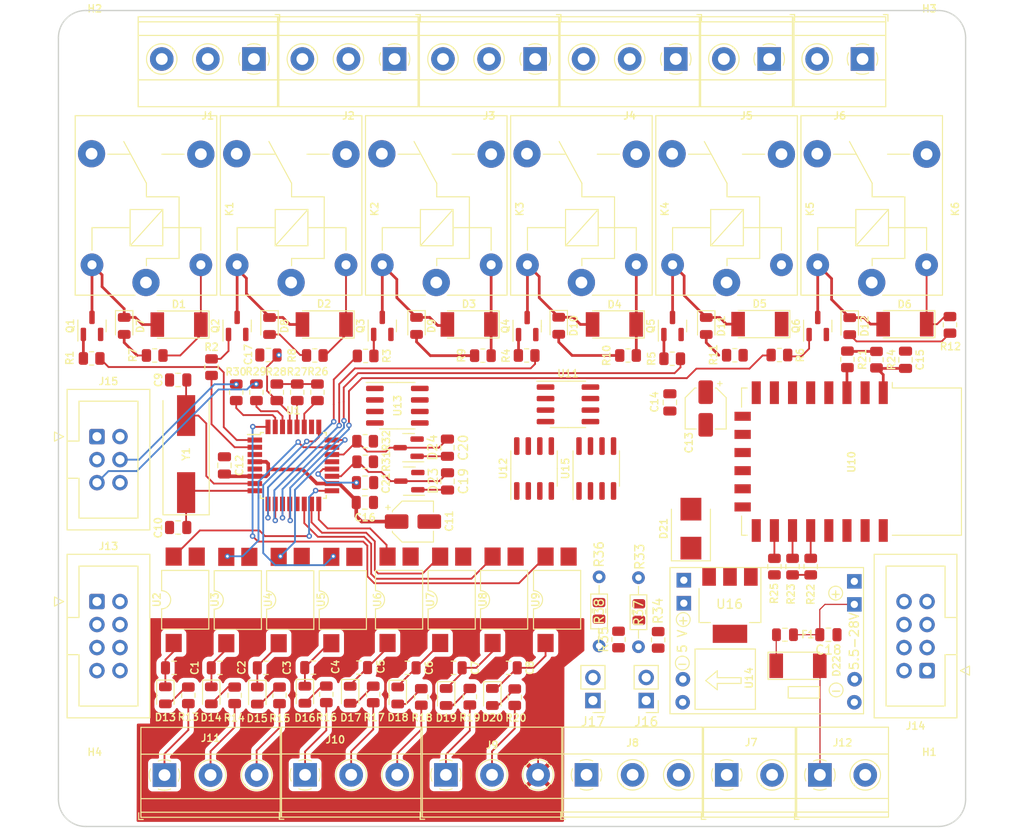
<source format=kicad_pcb>
(kicad_pcb (version 20211014) (generator pcbnew)
  (layers (0 "F.Cu" signal) (31 "B.Cu" signal) (34 "B.Paste" user) (35 "F.Paste" user) (36 "B.SilkS" user "B.Silkscreen") (37 "F.SilkS" user "F.Silkscreen") (38 "B.Mask" user) (39 "F.Mask" user) (44 "Edge.Cuts" user))
  (net 0 "")
  (net 35 "Net-(D1-Pad1)")
  (net 36 "Net-(D1-Pad2)")
  (net 37 "Net-(D2-Pad1)")
  (net 38 "Net-(D2-Pad2)")
  (net 39 "Net-(D3-Pad1)")
  (net 40 "Net-(D3-Pad2)")
  (net 41 "Net-(D4-Pad1)")
  (net 42 "Net-(D10-Pad1)")
  (net 43 "Net-(D5-Pad1)")
  (net 44 "Net-(D11-Pad1)")
  (net 45 "Net-(D12-Pad1)")
  (net 46 "Net-(Q1-Pad1)")
  (net 47 "GND")
  (net 48 "Net-(Q2-Pad1)")
  (net 49 "Net-(Q3-Pad1)")
  (net 50 "Net-(Q4-Pad1)")
  (net 51 "Net-(Q5-Pad1)")
  (net 52 "Net-(Q6-Pad1)")
  (net 53 "Net-(D6-Pad1)")
  (net 54 "Net-(D7-Pad2)")
  (net 55 "Net-(D8-Pad2)")
  (net 56 "Net-(D9-Pad2)")
  (net 57 "Net-(D10-Pad2)")
  (net 58 "Net-(D11-Pad2)")
  (net 59 "Net-(D12-Pad2)")
  (net 63 "Net-(D22-Pad1)")
  (net 74 "+3V3")
  (net 75 "RXE")
  (net 76 "TXE")
  (net 77 "ERST")
  (net 78 "EN")
  (net 85 "GNDA")
  (net 86 "Net-(C18-Pad2)")
  (net 87 "Net-(D22-Pad2)")
  (net 88 "Net-(J11-Pad3)")
  (net 89 "Net-(J9-Pad1)")
  (net 90 "Net-(J10-Pad1)")
  (net 91 "Net-(J10-Pad2)")
  (net 92 "Net-(J10-Pad3)")
  (net 93 "Net-(J9-Pad2)")
  (net 94 "Net-(C1-Pad2)")
  (net 95 "Net-(C2-Pad2)")
  (net 96 "Net-(C3-Pad2)")
  (net 97 "Net-(J15-Pad4)")
  (net 98 "Net-(C4-Pad2)")
  (net 99 "Net-(J15-Pad5)")
  (net 100 "Net-(C5-Pad2)")
  (net 101 "ED0")
  (net 102 "Net-(C6-Pad2)")
  (net 103 "ED5")
  (net 104 "Net-(C7-Pad2)")
  (net 105 "ED6")
  (net 106 "Net-(C8-Pad2)")
  (net 107 "Net-(D13-Pad2)")
  (net 108 "Net-(D14-Pad2)")
  (net 109 "Net-(D15-Pad2)")
  (net 110 "Net-(D16-Pad2)")
  (net 111 "Net-(D17-Pad2)")
  (net 112 "Net-(D18-Pad2)")
  (net 113 "Net-(D19-Pad2)")
  (net 114 "Net-(D20-Pad2)")
  (net 115 "ED7")
  (net 116 "ED8")
  (net 117 "ED4")
  (net 118 "ED3")
  (net 119 "ED1")
  (net 120 "ED2")
  (net 162 "X1")
  (net 163 "X2")
  (net 164 "D3")
  (net 165 "D4")
  (net 166 "D5")
  (net 167 "D6")
  (net 168 "D7")
  (net 169 "D8")
  (net 170 "D9")
  (net 171 "D10")
  (net 172 "D11")
  (net 173 "D12")
  (net 174 "D13")
  (net 175 "A6")
  (net 176 "A7")
  (net 177 "A0")
  (net 178 "A1")
  (net 179 "A2")
  (net 180 "A3")
  (net 181 "A4")
  (net 182 "A5")
  (net 183 "RST")
  (net 184 "D0")
  (net 185 "D1")
  (net 186 "D2")
  (net 187 "Net-(J11-Pad1)")
  (net 190 "+5V")
  (net 191 "Net-(J11-Pad2)")
  (net 194 "Net-(J16-Pad2)")
  (net 195 "Net-(J17-Pad2)")
  (net 198 "Net-(J17-Pad1)")
  (net 199 "Net-(J16-Pad1)")
  (net 200 "Net-(U14-Pad4)_1")
  (net 201 "Net-(U1-Pad20)")
  (footprint "RF_Module:ESP-12E" (layer "F.Cu") (at 157.422 79.756 -90)
    (fp_text reference "U10")
    (fp_text value "ESP-12E")
  )
  (footprint "Diode_SMD:D_MELF" (layer "F.Cu") (at 151.525 102.275)
    (fp_text reference "D22")
    (fp_text value "SM4007")
  )
  (footprint "Package_SO:SOIC-8_3.9x4.9mm_P1.27mm" (layer "F.Cu") (at 129.286 80.518 90)
    (fp_text reference "U15")
    (fp_text value "LM358")
  )
  (footprint "Resistor_SMD:R_0805_2012Metric" (layer "F.Cu") (at 120.3 105.7375 -90)
    (fp_text reference "R20")
    (fp_text value "R")
  )
  (footprint "Resistor_SMD:R_0805_2012Metric" (layer "F.Cu") (at 136.11 99.4175 -90)
    (fp_text reference "R34")
    (fp_text value "R")
  )
  (footprint "Relay_THT:Relay_SPDT_SANYOU_SRD_Series_Form_C" (layer "F.Cu") (at 79.65 60 90)
    (fp_text reference "K1")
    (fp_text value "SANYOU_SRD_Form_C")
  )
  (footprint "Resistor_SMD:R_0805_2012Metric" (layer "F.Cu") (at 133.98 96.3525 90)
    (fp_text reference "R33")
    (fp_text value "R")
  )
  (footprint "Resistor_SMD:R_0805_2012Metric" (layer "F.Cu") (at 73.6625 68.375)
    (fp_text reference "R1")
    (fp_text value "R")
  )
  (footprint "Diode_SMD:D_MELF" (layer "F.Cu") (at 83.3 64.643 180)
    (fp_text reference "D1")
    (fp_text value "SM4007")
  )
  (footprint "Package_TO_SOT_SMD:SOT-23" (layer "F.Cu") (at 153.7 64.8 90)
    (fp_text reference "Q6")
    (fp_text value "MMBT3904")
  )
  (footprint "Diode_SMD:D_MELF" (layer "F.Cu") (at 131.28 64.625 180)
    (fp_text reference "D4")
    (fp_text value "SM4007")
  )
  (footprint "Diode_SMD:D_MELF" (layer "F.Cu") (at 115.275 64.625 180)
    (fp_text reference "D3")
    (fp_text value "SM4007")
  )
  (footprint "Resistor_SMD:R_0805_2012Metric" (layer "F.Cu") (at 89.6 72.1125 90)
    (fp_text reference "R30")
    (fp_text value "R")
  )
  (footprint "Diode_SMD:D_MELF" (layer "F.Cu") (at 163.31 64.6 180)
    (fp_text reference "D6")
    (fp_text value "SM4007")
  )
  (footprint "Capacitor_SMD:CP_Elec_4x3.9" (layer "F.Cu") (at 109.08 86.37)
    (fp_text reference "C11")
    (fp_text value "C_Polarized_Small")
  )
  (footprint "LED_SMD:LED_0805_2012Metric" (layer "F.Cu") (at 102.16 105.4725 -90)
    (fp_text reference "D17")
    (fp_text value "LED")
  )
  (footprint "Relay_THT:Relay_SPDT_SANYOU_SRD_Series_Form_C" (layer "F.Cu") (at 127.65 60 90)
    (fp_text reference "K4")
    (fp_text value "SANYOU_SRD_Form_C")
  )
  (footprint "Package_DIP:SMDIP-4_W9.53mm" (layer "F.Cu") (at 107.55 94.996 90)
    (fp_text reference "U6")
    (fp_text value "LTV-817S")
  )
  (footprint "Connector_PinHeader_2.54mm:PinHeader_1x02_P2.54mm_Vertical" (layer "F.Cu") (at 134.79 106.11 180)
    (fp_text reference "J16")
    (fp_text value "Conn_01x02")
  )
  (footprint "MountingHole:MountingHole_3.2mm_M3" (layer "F.Cu") (at 74 116)
    (fp_text reference "H4")
    (fp_text value "MountingHole")
  )
  (footprint "Package_DIP:SMDIP-4_W9.53mm" (layer "F.Cu") (at 119.126 94.996 90)
    (fp_text reference "U8")
    (fp_text value "LTV-817S")
  )
  (footprint "Resistor_SMD:R_0805_2012Metric" (layer "F.Cu") (at 156.972 68.4765 -90)
    (fp_text reference "R21")
    (fp_text value "R")
  )
  (footprint "Resistor_SMD:R_0805_2012Metric" (layer "F.Cu") (at 121.6125 68.05)
    (fp_text reference "R4")
    (fp_text value "R")
  )
  (footprint "LED_SMD:LED_0805_2012Metric" (layer "F.Cu") (at 86.85 105.5375 -90)
    (fp_text reference "D14")
    (fp_text value "LED")
  )
  (footprint "Connector_IDC:IDC-Header_2x04_P2.54mm_Vertical" (layer "F.Cu") (at 74.2475 95.19)
    (fp_text reference "J13")
    (fp_text value "Conn_02x04_Counter_Clockwise")
  )
  (footprint "Resistor_SMD:R_0805_2012Metric" (layer "F.Cu") (at 98.55 72.1125 90)
    (fp_text reference "R26")
    (fp_text value "R")
  )
  (footprint "TerminalBlock_Phoenix:TerminalBlock_Phoenix_MKDS-1,5-2_1x02_P5.00mm_Horizontal" (layer "F.Cu") (at 148.35 35.35 180)
    (fp_text reference "J5")
    (fp_text value "Screw_Terminal_01x02")
  )
  (footprint "Resistor_SMD:R_0805_2012Metric" (layer "F.Cu") (at 80.6125 68.05)
    (fp_text reference "R7")
    (fp_text value "R")
  )
  (footprint "Resistor_SMD:R_0805_2012Metric" (layer "F.Cu") (at 152.925 91.3365 90)
    (fp_text reference "R22")
    (fp_text value "R")
  )
  (footprint "LED_SMD:LED_0805_2012Metric" (layer "F.Cu") (at 107.4 105.5525 -90)
    (fp_text reference "D18")
    (fp_text value "LED")
  )
  (footprint "Resistor_SMD:R_0805_2012Metric" (layer "F.Cu") (at 96.325 72.1125 90)
    (fp_text reference "R27")
    (fp_text value "R")
  )
  (footprint "Capacitor_SMD:C_0805_2012Metric" (layer "F.Cu") (at 87.8 102.5 180)
    (fp_text reference "C2")
    (fp_text value "C_Small")
  )
  (footprint "TerminalBlock_Phoenix:TerminalBlock_Phoenix_MKDS-1,5-3-5.08_1x03_P5.08mm_Horizontal" (layer "F.Cu") (at 112.715 114.305)
    (fp_text reference "J9")
    (fp_text value "Screw_Terminal_01x03")
  )
  (footprint "Capacitor_SMD:C_0805_2012Metric" (layer "F.Cu") (at 98.1 102.475 180)
    (fp_text reference "C4")
    (fp_text value "C_Small")
  )
  (footprint "LED_SMD:LED_0805_2012Metric" (layer "F.Cu") (at 81.788 105.538349 -90)
    (fp_text reference "D13")
    (fp_text value "LED")
  )
  (footprint "Package_TO_SOT_SMD:SOT-23" (layer "F.Cu") (at 121.67 64.81 90)
    (fp_text reference "Q4")
    (fp_text value "MMBT3904")
  )
  (footprint "Capacitor_SMD:C_0805_2012Metric" (layer "F.Cu") (at 103.8 82.075 180)
    (fp_text reference "C21")
    (fp_text value "100nF")
  )
  (footprint "Resistor_SMD:R_0805_2012Metric" (layer "F.Cu") (at 144.5625 68.025)
    (fp_text reference "R11")
    (fp_text value "R")
  )
  (footprint "Resistor_SMD:R_0805_2012Metric" (layer "F.Cu") (at 103.8075 77.51)
    (fp_text reference "R32")
    (fp_text value "R")
  )
  (footprint "Package_TO_SOT_SMD:SOT-23" (layer "F.Cu") (at 89.7 64.7875 90)
    (fp_text reference "Q2")
    (fp_text value "MMBT3904")
  )
  (footprint "Fuse:Fuse_0805_2012Metric" (layer "F.Cu") (at 150.0875 98.85 180)
    (fp_text reference "F1")
    (fp_text value "Polyfuse_Small")
  )
  (footprint "TerminalBlock_Phoenix:TerminalBlock_Phoenix_MKDS-1,5-3-5.08_1x03_P5.08mm_Horizontal" (layer "F.Cu") (at 128.215 114.305)
    (fp_text reference "J8")
    (fp_text value "Screw_Terminal_01x03")
  )
  (footprint "Capacitor_SMD:C_0805_2012Metric" (layer "F.Cu") (at 112.89 81.94 -90)
    (fp_text reference "C19")
    (fp_text value "C_Small")
  )
  (footprint "Capacitor_SMD:C_0805_2012Metric" (layer "F.Cu") (at 113.55 102.5)
    (fp_text reference "C7")
    (fp_text value "C_Small")
  )
  (footprint "Connector_IDC:IDC-Header_2x03_P2.54mm_Vertical" (layer "F.Cu") (at 74.2475 77)
    (fp_text reference "J15")
    (fp_text value "Conn_02x03_Counter_Clockwise")
  )
  (footprint "TerminalBlock_Phoenix:TerminalBlock_Phoenix_MKDS-1,5-3-5.08_1x03_P5.08mm_Horizontal" (layer "F.Cu") (at 122.55 35.35 180)
    (fp_text reference "J3")
    (fp_text value "Screw_Terminal_01x03")
  )
  (footprint "Package_TO_SOT_SMD:SOT-23" (layer "F.Cu") (at 108.68 81.91 180)
    (fp_text reference "D23")
    (fp_text value "BAT54S")
  )
  (footprint "Resistor_SMD:R_0805_2012Metric" (layer "F.Cu") (at 148.925 91.3375 -90)
    (fp_text reference "R25")
    (fp_text value "R")
  )
  (footprint "TerminalBlock_Phoenix:TerminalBlock_Phoenix_MKDS-1,5-2_1x02_P5.00mm_Horizontal" (layer "F.Cu") (at 143.669204 114.312557)
    (fp_text reference "J7")
    (fp_text value "Screw_Terminal_01x02")
  )
  (footprint "Resistor_SMD:R_0805_2012Metric" (layer "F.Cu") (at 168.275 64.675 90)
    (fp_text reference "R12")
    (fp_text value "R")
  )
  (footprint "MountingHole:MountingHole_3.2mm_M3" (layer "F.Cu") (at 166 116)
    (fp_text reference "H1")
    (fp_text value "MountingHole")
  )
  (footprint "Resistor_SMD:R_0805_2012Metric" (layer "F.Cu") (at 104.7 105.4375 -90)
    (fp_text reference "R17")
    (fp_text value "R")
  )
  (footprint "LED_SMD:LED_0805_2012Metric" (layer "F.Cu") (at 91.925 105.5625 -90)
    (fp_text reference "D15")
    (fp_text value "LED")
  )
  (footprint "Package_DIP:SMDIP-4_W9.53mm" (layer "F.Cu") (at 101.35 95.025 90)
    (fp_text reference "U5")
    (fp_text value "LTV-817S")
  )
  (footprint "Resistor_SMD:R_0805_2012Metric" (layer "F.Cu") (at 132.7875 68.05)
    (fp_text reference "R10")
    (fp_text value "R")
  )
  (footprint "Connector_PinHeader_2.54mm:PinHeader_1x02_P2.54mm_Vertical" (layer "F.Cu") (at 128.92 106.11 180)
    (fp_text reference "J17")
    (fp_text value "Conn_01x02")
  )
  (footprint "Capacitor_SMD:C_0805_2012Metric" (layer "F.Cu") (at 83.2 87.025)
    (fp_text reference "C10")
    (fp_text value "C_Small")
  )
  (footprint "Package_DIP:SMDIP-4_W9.53mm" (layer "F.Cu") (at 124.968 94.996 90)
    (fp_text reference "U9")
    (fp_text value "LTV-817S")
  )
  (footprint "TerminalBlock_Phoenix:TerminalBlock_Phoenix_MKDS-1,5-3-5.08_1x03_P5.08mm_Horizontal" (layer "F.Cu") (at 81.69 114.33)
    (fp_text reference "J11")
    (fp_text value "Screw_Terminal_01x03")
  )
  (footprint "Relay_THT:Relay_SPDT_SANYOU_SRD_Series_Form_C" (layer "F.Cu") (at 111.65 60 90)
    (fp_text reference "K3")
    (fp_text value "SANYOU_SRD_Form_C")
  )
  (footprint "Capacitor_SMD:C_0805_2012Metric" (layer "F.Cu") (at 82.75 102.5 180)
    (fp_text reference "C1")
    (fp_text value "C_Small")
  )
  (footprint "Resistor_SMD:R_0805_2012Metric" (layer "F.Cu") (at 94.37 105.5375 -90)
    (fp_text reference "R15")
    (fp_text value "R")
  )
  (footprint "LED_SMD:LED_0805_2012Metric" (layer "F.Cu") (at 112.74 105.7175 -90)
    (fp_text reference "D19")
    (fp_text value "LED")
  )
  (footprint "Capacitor_SMD:C_0805_2012Metric" (layer "F.Cu") (at 83.2 70.75)
    (fp_text reference "C9")
    (fp_text value "C_Small")
  )
  (footprint "LED_SMD:LED_0805_2012Metric" (layer "F.Cu") (at 125.15 64.77 -90)
    (fp_text reference "D10")
    (fp_text value "LED")
  )
  (footprint "Capacitor_SMD:C_0805_2012Metric" (layer "F.Cu") (at 112.88 78.22 -90)
    (fp_text reference "C20")
    (fp_text value "C_Small")
  )
  (footprint "Diode_SMD:D_MELF" (layer "F.Cu") (at 99.3 64.63 180)
    (fp_text reference "D2")
    (fp_text value "SM4007")
  )
  (footprint "LED_SMD:LED_0805_2012Metric" (layer "F.Cu") (at 77.25 64.7875 -90)
    (fp_text reference "D7")
    (fp_text value "LED")
  )
  (footprint "Capacitor_SMD:C_0805_2012Metric" (layer "F.Cu") (at 92.875 102.5 180)
    (fp_text reference "C3")
    (fp_text value "C_Small")
  )
  (footprint "Capacitor_SMD:C_0805_2012Metric" (layer "F.Cu") (at 103.125 102.475)
    (fp_text reference "C5")
    (fp_text value "C_Small")
  )
  (footprint "Resistor_SMD:R_0805_2012Metric" (layer "F.Cu") (at 84.32 105.5375 -90)
    (fp_text reference "R13")
    (fp_text value "R")
  )
  (footprint "Resistor_SMD:R_0805_2012Metric" (layer "F.Cu") (at 149.475 68 180)
    (fp_text reference "R6")
    (fp_text value "R")
  )
  (footprint "LED_SMD:LED_0805_2012Metric" (layer "F.Cu") (at 157.225 64.8125 -90)
    (fp_text reference "D12")
    (fp_text value "LED")
  )
  (footprint "Package_DIP:SMDIP-4_W9.53mm" (layer "F.Cu") (at 113.35 95 90)
    (fp_text reference "U7")
    (fp_text value "LTV-817S")
  )
  (footprint "Resistor_SMD:R_0805_2012Metric" (layer "F.Cu") (at 99.53 105.4275 -90)
    (fp_text reference "R16")
    (fp_text value "R")
  )
  (footprint "Package_TO_SOT_SMD:SOT-223-3_TabPin2" (layer "F.Cu") (at 144.025 95.6 -90)
    (fp_text reference "U16")
    (fp_text value "AP1117-33")
  )
  (footprint "Resistor_SMD:R_0805_2012Metric" (layer "F.Cu") (at 86.875 69.3375 -90)
    (fp_text reference "R2")
    (fp_text value "R")
  )
  (footprint "Package_TO_SOT_SMD:SOT-23" (layer "F.Cu") (at 105.7 64.7875 90)
    (fp_text reference "Q3")
    (fp_text value "MMBT3904")
  )
  (footprint "Capacitor_SMD:C_0805_2012Metric" (layer "F.Cu") (at 93.15 68)
    (fp_text reference "C17")
    (fp_text value "100nF")
  )
  (footprint "Capacitor_SMD:C_0805_2012Metric" (layer "F.Cu") (at 119.625 102.5)
    (fp_text reference "C8")
    (fp_text value "C_Small")
  )
  (footprint "TerminalBlock_Phoenix:TerminalBlock_Phoenix_MKDS-1,5-2_1x02_P5.00mm_Horizontal" (layer "F.Cu") (at 158.635 35.35 180)
    (fp_text reference "J6")
    (fp_text value "Screw_Terminal_01x02")
  )
  (footprint "Resistor_SMD:R_0805_2012Metric" (layer "F.Cu") (at 103.8125 79.775)
    (fp_text reference "R31")
    (fp_text value "R")
  )
  (footprint "Resistor_SMD:R_0805_2012Metric" (layer "F.Cu") (at 137.6575 68.41)
    (fp_text reference "R5")
    (fp_text value "R")
  )
  (footprint "Relay_THT:Relay_SPDT_SANYOU_SRD_Series_Form_C" (layer "F.Cu") (at 143.65 60 90)
    (fp_text reference "K5")
    (fp_text value "SANYOU_SRD_Form_C")
  )
  (footprint "TerminalBlock_Phoenix:TerminalBlock_Phoenix_MKDS-1,5-3-5.08_1x03_P5.08mm_Horizontal" (layer "F.Cu") (at 91.55 35.35 180)
    (fp_text reference "J1")
    (fp_text value "Screw_Terminal_01x03")
  )
  (footprint "TerminalBlock_Phoenix:TerminalBlock_Phoenix_MKDS-1,5-3-5.08_1x03_P5.08mm_Horizontal" (layer "F.Cu") (at 107.05 35.35 180)
    (fp_text reference "J2")
    (fp_text value "Screw_Terminal_01x03")
  )
  (footprint "Connector_IDC:IDC-Header_2x04_P2.54mm_Vertical" (layer "F.Cu") (at 165.7525 102.81 180)
    (fp_text reference "J14")
    (fp_text value "Conn_02x04_Counter_Clockwise")
  )
  (footprint "LED_SMD:LED_0805_2012Metric" (layer "F.Cu") (at 109.475 64.7875 -90)
    (fp_text reference "D9")
    (fp_text value "LED")
  )
  (footprint "TerminalBlock_Phoenix:TerminalBlock_Phoenix_MKDS-1,5-3-5.08_1x03_P5.08mm_Horizontal" (layer "F.Cu") (at 97.19 114.305)
    (fp_text reference "J10")
    (fp_text value "Screw_Terminal_01x03")
  )
  (footprint "Resistor_SMD:R_0805_2012Metric" (layer "F.Cu") (at 89.425 105.5375 -90)
    (fp_text reference "R14")
    (fp_text value "R")
  )
  (footprint "Crystal:Crystal_SMD_HC49-SD" (layer "F.Cu") (at 84.074 78.926 90)
    (fp_text reference "Y1")
    (fp_text value "Crystal_Small")
  )
  (footprint "LED_SMD:LED_0805_2012Metric" (layer "F.Cu") (at 117.83 105.7175 -90)
    (fp_text reference "D20")
    (fp_text value "LED")
  )
  (footprint "Resistor_SMD:R_0805_2012Metric" (layer "F.Cu") (at 150.925 91.3375 90)
    (fp_text reference "R23")
    (fp_text value "R")
  )
  (footprint "Package_TO_SOT_SMD:SOT-23" (layer "F.Cu") (at 108.6 78.22 180)
    (fp_text reference "D24")
    (fp_text value "BAT54S")
  )
  (footprint "Resistor_SMD:R_0805_2012Metric" (layer "F.Cu") (at 116.7875 68.07)
    (fp_text reference "R9")
    (fp_text value "R")
  )
  (footprint "LED_SMD:LED_0805_2012Metric" (layer "F.Cu") (at 141.41 64.7975 -90)
    (fp_text reference "D11")
    (fp_text value "LED")
  )
  (footprint "Package_SO:SOIC-8_3.9x4.9mm_P1.27mm" (layer "F.Cu") (at 122.428 80.518 90)
    (fp_text reference "U12")
    (fp_text value "ST485EBDR")
  )
  (footprint "Capacitor_SMD:C_0805_2012Metric" (layer "F.Cu") (at 103.78 84.26 180)
    (fp_text reference "C16")
    (fp_text value "100nF")
  )
  (footprint "Relay_THT:Relay_SPDT_SANYOU_SRD_Series_Form_C" (layer "F.Cu") (at 159.65 60 90)
    (fp_text reference "K6")
    (fp_text value "SANYOU_SRD_Form_C")
  )
  (footprint "Capacitor_SMD:C_0805_2012Metric" (layer "F.Cu") (at 163.375 68.525 90)
    (fp_text reference "C15")
    (fp_text value "100nF")
  )
  (footprint "Package_TO_SOT_SMD:SOT-23" (layer "F.Cu") (at 137.69 64.8 90)
    (fp_text reference "Q5")
    (fp_text value "MMBT3904")
  )
  (footprint "Package_SO:SOIC-8_3.9x4.9mm_P1.27mm" (layer "F.Cu") (at 126.17 73.44)
    (fp_text reference "U11")
    (fp_text value "M24C02-RMN")
  )
  (footprint "Resistor_SMD:R_0805_2012Metric" (layer "F.Cu") (at 160.175 68.5125 -90)
    (fp_text reference "R24")
    (fp_text value "R")
  )
  (footprint "Resistor_SMD:R_0805_2012Metric" (layer "F.Cu") (at 94.075 72.1125 90)
    (fp_text reference "R28")
    (fp_text value "R")
  )
  (footprint "Diode_SMD:D_MELF" (layer "F.Cu") (at 147.32 64.59 180)
    (fp_text reference "D5")
    (fp_text value "SM4007")
  )
  (footprint "Resistor_THT:R_Axial_DIN0204_L3.6mm_D1.6mm_P7.62mm_Horizontal" (layer "F.Cu") (at 133.94 100.18 90)
    (fp_text reference "R37")
    (fp_text value "R")
  )
  (footprint "Resistor_SMD:R_0805_2012Metric" (layer "F.Cu") (at 115.35 105.6875 -90)
    (fp_text reference "R19")
    (fp_text value "R")
  )
  (footprint "Resistor_SMD:R_0805_2012Metric" (layer "F.Cu") (at 131.74 99.3775 90)
    (fp_text reference "R35")
    (fp_text value "R")
  )
  (footprint "Package_QFP:TQFP-32_7x7mm_P0.8mm" (layer "F.Cu") (at 95.9 80.175)
    (fp_text reference "U1")
    (fp_text value "ATmega328P-A")
  )
  (footprint "Capacitor_SMD:C_0805_2012Metric" (layer "F.Cu") (at 108.475 102.5)
    (fp_text reference "C6")
    (fp_text value "C_Small")
  )
  (footprint "Resistor_SMD:R_0805_2012Metric" (layer "F.Cu") (at 103.8625 68.1 180)
    (fp_text reference "R3")
    (fp_text value "R")
  )
  (footprint "Capacitor_SMD:C_0805_2012Metric" (layer "F.Cu") (at 154.875 98.85 180)
    (fp_text reference "C18")
    (fp_text value "100nF")
  )
  (footprint "Package_DIP:SMDIP-4_W9.53mm" (layer "F.Cu") (at 89.775 95.025 90)
    (fp_text reference "U3")
    (fp_text value "LTV-817S")
  )
  (footprint "Package_SO:SOIC-8_3.9x4.9mm_P1.27mm" (layer "F.Cu") (at 107.36 73.59)
    (fp_text reference "U13")
    (fp_text value "DS1307Z+")
  )
  (footprint "Diode_SMD:D_SMB" (layer "F.Cu") (at 139.72 87.15 90)
    (fp_text reference "D21")
    (fp_text value "SM6T6V8A")
  )
  (footprint "MountingHole:MountingHole_3.2mm_M3" (layer "F.Cu") (at 74 34)
    (fp_text reference "H2")
    (fp_text value "MountingHole")
  )
  (footprint "Resistor_SMD:R_0805_2012Metric" (layer "F.Cu") (at 129.59 96.22 -90)
    (fp_text reference "R36")
    (fp_text value "R")
  )
  (footprint "Resistor_SMD:R_0805_2012Metric" (layer "F.Cu") (at 110 105.7125 -90)
    (fp_text reference "R18")
    (fp_text value "R")
  )
  (footprint "Capacitor_SMD:C_0805_2012Metric" (layer "F.Cu") (at 137.4 73.225 -90)
    (fp_text reference "C14")
    (fp_text value "100nF")
  )
  (footprint "TerminalBlock_Phoenix:TerminalBlock_Phoenix_MKDS-1,5-3-5.08_1x03_P5.08mm_Horizontal" (layer "F.Cu") (at 138.05 35.35 180)
    (fp_text reference "J4")
    (fp_text value "Screw_Terminal_01x03")
  )
  (footprint "Resistor_THT:R_Axial_DIN0204_L3.6mm_D1.6mm_P7.62mm_Horizontal" (layer "F.Cu") (at 129.6 92.47 -90)
    (fp_text reference "R38")
    (fp_text value "R")
  )
  (footprint "MountingHole:MountingHole_3.2mm_M3" (layer "F.Cu") (at 166 34)
    (fp_text reference "H3")
    (fp_text value "MountingHole")
  )
  (footprint "Package_TO_SOT_SMD:SOT-23" (layer "F.Cu") (at 73.7 64.7875 90)
    (fp_text reference "Q1")
    (fp_text value "MMBT3904")
  )
  (footprint "LED_SMD:LED_0805_2012Metric" (layer "F.Cu") (at 93.27 64.7975 -90)
    (fp_text reference "D8")
    (fp_text value "LED")
  )
  (footprint "Package_DIP:SMDIP-4_W9.53mm" (layer "F.Cu") (at 95.55 95.025 90)
    (fp_text reference "U4")
    (fp_text value "LTV-817S")
  )
  (footprint "Package_DIP:SMDIP-4_W9.53mm" (layer "F.Cu") (at 83.975 94.996 90)
    (fp_text reference "U2")
    (fp_text value "LTV-817S")
  )
  (footprint "Resistor_SMD:R_0805_2012Metric" (layer "F.Cu") (at 91.825 72.1125 90)
    (fp_text reference "R29")
    (fp_text value "R")
  )
  (footprint "LED_SMD:LED_0805_2012Metric" (layer "F.Cu") (at 97.17 105.4675 -90)
    (fp_text reference "D16")
    (fp_text value "LED")
  )
  (footprint "Relay_THT:Relay_SPDT_SANYOU_SRD_Series_Form_C" (layer "F.Cu") (at 95.65 60 90)
    (fp_text reference "K2")
    (fp_text value "SANYOU_SRD_Form_C")
  )
  (footprint "Capacitor_SMD:C_0805_2012Metric" (layer "F.Cu") (at 88.3 80.175 90)
    (fp_text reference "C12")
    (fp_text value "100nF")
  )
  (footprint "Resistor_SMD:R_0805_2012Metric" (layer "F.Cu") (at 98.2625 68.05)
    (fp_text reference "R8")
    (fp_text value "R")
  )
  (footprint "TerminalBlock_Phoenix:TerminalBlock_Phoenix_MKDS-1,5-2_1x02_P5.00mm_Horizontal" (layer "F.Cu") (at 153.93794 114.31)
    (fp_text reference "J12")
    (fp_text value "Screw_Terminal_01x02")
  )
  (footprint "Capacitor_SMD:CP_Elec_4x3.9" (layer "F.Cu") (at 141.35 73.9 -90)
    (fp_text reference "C13")
    (fp_text value "C_Polarized_Small")
  )
  (footprint "MP1584_MODUL:SRT_MPT1584EN_Module" (layer "F.Cu") (at 147.574 100.076 180)
    (fp_text reference "U14")
    (fp_text value "MP1584")
  )
  (gr_arc (start 170 117) (mid 169.12132 119.12132) (end 167 120) (layer "Edge.Cuts") (width 0.15))
  (gr_arc (start 70 33) (mid 70.87868 30.87868) (end 73 30) (layer "Edge.Cuts") (width 0.15))
  (gr_line (start 73 30) (end 167 30) (layer "Edge.Cuts") (width 0.15))
  (gr_arc (start 167 30) (mid 169.12132 30.87868) (end 170 33) (layer "Edge.Cuts") (width 0.15))
  (gr_arc (start 73 120) (mid 70.87868 119.12132) (end 70 117) (layer "Edge.Cuts") (width 0.15))
  (gr_line (start 170 33) (end 170 117) (layer "Edge.Cuts") (width 0.15))
  (gr_line (start 70 117) (end 70 33) (layer "Edge.Cuts") (width 0.15))
  (gr_line (start 167 120) (end 73 120) (layer "Edge.Cuts") (width 0.15))
  (segment (start 83.425 68.05) (end 85.7 65.775) (width 0.2) (layer "F.Cu") (net 35))
  (segment (start 85.7 65.775) (end 85.7 58.05) (width 0.2) (layer "F.Cu") (net 35))
  (segment (start 81.525 68.05) (end 83.425 68.05) (width 0.2) (layer "F.Cu") (net 35))
  (segment (start 80.9 64.643) (end 79.263 64.643) (width 0.3) (layer "F.Cu") (net 36))
  (segment (start 73.7 58.05) (end 74.81 59.16) (width 0.3) (layer "F.Cu") (net 36))
  (segment (start 79.263 64.643) (end 78.47 63.85) (width 0.3) (layer "F.Cu") (net 36))
  (segment (start 78.47 63.85) (end 77.25 63.85) (width 0.3) (layer "F.Cu") (net 36))
  (segment (start 74.81 59.16) (end 74.81 60.46) (width 0.3) (layer "F.Cu") (net 36))
  (segment (start 73.7 63.85) (end 73.7 58.05) (width 0.3) (layer "F.Cu") (net 36))
  (segment (start 77.25 62.9) (end 77.25 63.85) (width 0.3) (layer "F.Cu") (net 36))
  (segment (start 74.81 60.46) (end 77.25 62.9) (width 0.3) (layer "F.Cu") (net 36))
  (segment (start 101.7 65.75) (end 101.7 64.63) (width 0.2) (layer "F.Cu") (net 37))
  (segment (start 99.45 68) (end 101.7 65.75) (width 0.2) (layer "F.Cu") (net 37))
  (segment (start 101.7 58.05) (end 101.7 64.63) (width 0.2) (layer "F.Cu") (net 37))
  (segment (start 89.7 63.85) (end 89.7 58.05) (width 0.3) (layer "F.Cu") (net 38))
  (segment (start 93.27 63.86) (end 93.27 63.795) (width 0.3) (layer "F.Cu") (net 38))
  (segment (start 90.72 61.245) (end 90.72 59.53) (width 0.3) (layer "F.Cu") (net 38))
  (segment (start 93.27 63.795) (end 90.72 61.245) (width 0.3) (layer "F.Cu") (net 38))
  (segment (start 94.735 63.86) (end 95.505 64.63) (width 0.3) (layer "F.Cu") (net 38))
  (segment (start 95.505 64.63) (end 96.9 64.63) (width 0.3) (layer "F.Cu") (net 38))
  (segment (start 93.27 63.86) (end 94.735 63.86) (width 0.3) (layer "F.Cu") (net 38))
  (segment (start 90.72 59.53) (end 90.025269 58.835269) (width 0.3) (layer "F.Cu") (net 38))
  (arc (start 90.025269 58.835269) (mid 89.784535 58.474984) (end 89.7 58.05) (width 0.3) (layer "F.Cu") (net 38))
  (segment (start 117.7 68.07) (end 117.7 58.05) (width 0.3) (layer "F.Cu") (net 39))
  (segment (start 105.7 58.05) (end 105.7 63.85) (width 0.3) (layer "F.Cu") (net 40))
  (segment (start 110.925 63.85) (end 109.475 63.85) (width 0.3) (layer "F.Cu") (net 40))
  (segment (start 112.89 64.74) (end 111.815 64.74) (width 0.3) (layer "F.Cu") (net 40))
  (segment (start 105.7 58.05) (end 105.7 58.225) (width 0.3) (layer "F.Cu") (net 40))
  (segment (start 107.3 59.65) (end 107.3 61.675) (width 0.3) (layer "F.Cu") (net 40))
  (segment (start 111.815 64.74) (end 110.925 63.85) (width 0.3) (layer "F.Cu") (net 40))
  (segment (start 105.7 58.05) (end 107.3 59.65) (width 0.3) (layer "F.Cu") (net 40))
  (segment (start 107.3 61.675) (end 109.475 63.85) (width 0.3) (layer "F.Cu") (net 40))
  (segment (start 133.7 68.05) (end 133.7 58.05) (width 0.3) (layer "F.Cu") (net 41))
  (segment (start 123 61.6825) (end 123 59.35) (width 0.3) (layer "F.Cu") (net 42))
  (segment (start 128.88 64.625) (end 127.535 64.625) (width 0.3) (layer "F.Cu") (net 42))
  (segment (start 121.7 63.8425) (end 121.7 58.05) (width 0.3) (layer "F.Cu") (net 42))
  (segment (start 121.67 63.8725) (end 121.7 63.8425) (width 0.3) (layer "F.Cu") (net 42))
  (segment (start 125.15 63.8325) (end 123 61.6825) (width 0.3) (layer "F.Cu") (net 42))
  (segment (start 127.535 64.625) (end 126.7425 63.8325) (width 0.3) (layer "F.Cu") (net 42))
  (segment (start 125.11 63.8725) (end 125.15 63.8325) (width 0.3) (layer "F.Cu") (net 42))
  (segment (start 123 59.35) (end 121.7 58.05) (width 0.3) (layer "F.Cu") (net 42))
  (segment (start 126.7425 63.8325) (end 125.15 63.8325) (width 0.3) (layer "F.Cu") (net 42))
  (segment (start 138.975 59.275) (end 137.75 58.05) (width 0.3) (layer "F.Cu") (net 44))
  (segment (start 142.89 63.86) (end 141.41 63.86) (width 0.3) (layer "F.Cu") (net 44))
  (segment (start 137.7 63.8525) (end 137.69 63.8625) (width 0.3) (layer "F.Cu") (net 44))
  (segment (start 141.41 63.86) (end 138.975 61.425) (width 0.3) (layer "F.Cu") (net 44))
  (segment (start 144.92 64.59) (end 143.62 64.59) (width 0.3) (layer "F.Cu") (net 44))
  (segment (start 143.62 64.59) (end 142.89 63.86) (width 0.3) (layer "F.Cu") (net 44))
  (segment (start 137.7 58.05) (end 137.7 63.8525) (width 0.3) (layer "F.Cu") (net 44))
  (segment (start 138.975 61.425) (end 138.975 59.275) (width 0.3) (layer "F.Cu") (net 44))
  (segment (start 137.75 58.05) (end 137.7 58.05) (width 0.3) (layer "F.Cu") (net 44))
  (segment (start 155.22652 59.57652) (end 155.22652 61.87652) (width 0.3) (layer "F.Cu") (net 45))
  (segment (start 159.515 64.59) (end 158.8 63.875) (width 0.3) (layer "F.Cu") (net 45))
  (segment (start 157.225 63.875) (end 158.8 63.875) (width 0.3) (layer "F.Cu") (net 45))
  (segment (start 160.89 64.59) (end 159.515 64.59) (width 0.3) (layer "F.Cu") (net 45))
  (segment (start 155.22652 61.87652) (end 157.225 63.875) (width 0.3) (layer "F.Cu") (net 45))
  (segment (start 153.7 58.05) (end 153.7 63.8625) (width 0.3) (layer "F.Cu") (net 45))
  (segment (start 153.7 58.05) (end 155.22652 59.57652) (width 0.3) (layer "F.Cu") (net 45))
  (segment (start 72.75 68.375) (end 72.75 65.725) (width 0.3) (layer "F.Cu") (net 46))
  (segment (start 109.5375 79.17) (end 112.88 79.17) (width 0.2) (layer "F.Cu") (net 47))
  (segment (start 112.86 82.86) (end 112.89 82.89) (width 0.2) (layer "F.Cu") (net 47))
  (segment (start 109.6175 82.86) (end 112.86 82.86) (width 0.2) (layer "F.Cu") (net 47))
  (segment (start 88.75 67.55) (end 87.875 68.425) (width 0.2) (layer "F.Cu") (net 48))
  (segment (start 88.75 65.725) (end 88.75 67.55) (width 0.2) (layer "F.Cu") (net 48))
  (segment (start 87.875 68.425) (end 86.875 68.425) (width 0.2) (layer "F.Cu") (net 48))
  (segment (start 104.775 68.1) (end 104.775 65.75) (width 0.2) (layer "F.Cu") (net 49))
  (segment (start 104.775 65.75) (end 104.75 65.725) (width 0.2) (layer "F.Cu") (net 49))
  (segment (start 104.75 67.775) (end 104.75 65.725) (width 0.2) (layer "F.Cu") (net 49))
  (segment (start 120.7175 65.75) (end 120.72 65.7475) (width 0.3) (layer "F.Cu") (net 50))
  (segment (start 120.7175 68.41) (end 120.7175 65.75) (width 0.3) (layer "F.Cu") (net 50))
  (segment (start 136.745 68.41) (end 136.745 65.7425) (width 0.3) (layer "F.Cu") (net 51))
  (segment (start 136.745 65.7425) (end 136.74 65.7375) (width 0.3) (layer "F.Cu") (net 51))
  (segment (start 152.725 65.7625) (end 152.75 65.7375) (width 0.3) (layer "F.Cu") (net 52))
  (segment (start 151.9 68.15) (end 152.75 67.3) (width 0.2) (layer "F.Cu") (net 52))
  (segment (start 150.3875 68.4) (end 150.6375 68.15) (width 0.2) (layer "F.Cu") (net 52))
  (segment (start 152.75 67.3) (end 152.75 65.7375) (width 0.2) (layer "F.Cu") (net 52))
  (segment (start 150.6375 68.15) (end 151.9 68.15) (width 0.2) (layer "F.Cu") (net 52))
  (segment (start 165.7 58.05) (end 165.7 64.59) (width 0.2) (layer "F.Cu") (net 53))
  (segment (start 168.275 63.7625) (end 167.6875 63.7625) (width 0.2) (layer "F.Cu") (net 53))
  (segment (start 166.85 64.6) (end 165.71 64.6) (width 0.2) (layer "F.Cu") (net 53))
  (segment (start 165.7 64.59) (end 165.71 64.6) (width 0.2) (layer "F.Cu") (net 53))
  (segment (start 167.6875 63.7625) (end 166.85 64.6) (width 0.2) (layer "F.Cu") (net 53))
  (segment (start 77.25 66.625) (end 78.675 68.05) (width 0.3) (layer "F.Cu") (net 54))
  (segment (start 77.25 65.725) (end 77.25 66.625) (width 0.3) (layer "F.Cu") (net 54))
  (segment (start 79.7 68.05) (end 78.675 68.05) (width 0.2) (layer "F.Cu") (net 54))
  (segment (start 96.65 68) (end 94.385 65.735) (width 0.2) (layer "F.Cu") (net 55))
  (segment (start 93.27 65.735) (end 93.2425 65.7075) (width 0.3) (layer "F.Cu") (net 55))
  (segment (start 97.375 68) (end 96.65 68) (width 0.2) (layer "F.Cu") (net 55))
  (segment (start 93.2425 65.7075) (end 93.2425 65.415) (width 0.3) (layer "F.Cu") (net 55))
  (segment (start 94.385 65.735) (end 93.27 65.735) (width 0.2) (layer "F.Cu") (net 55))
  (segment (start 109.475 65.725) (end 109.475 66.55) (width 0.3) (layer "F.Cu") (net 56))
  (segment (start 109.475 66.55) (end 110.995 68.07) (width 0.3) (layer "F.Cu") (net 56))
  (segment (start 110.995 68.07) (end 115.875 68.07) (width 0.3) (layer "F.Cu") (net 56))
  (segment (start 125.15 65.7075) (end 125.15 66.575) (width 0.3) (layer "F.Cu") (net 57))
  (segment (start 125.15 66.575) (end 126.625 68.05) (width 0.3) (layer "F.Cu") (net 57))
  (segment (start 126.625 68.05) (end 131.875 68.05) (width 0.3) (layer "F.Cu") (net 57))
  (segment (start 142.795 68.02) (end 141.41 66.635) (width 0.3) (layer "F.Cu") (net 58))
  (segment (start 141.41 66.635) (end 141.41 65.735) (width 0.3) (layer "F.Cu") (net 58))
  (segment (start 167.3625 66.5) (end 157.975 66.5) (width 0.2) (layer "F.Cu") (net 59))
  (segment (start 168.275 65.5875) (end 167.3625 66.5) (width 0.2) (layer "F.Cu") (net 59))
  (segment (start 157.975 66.5) (end 157.225 65.75) (width 0.2) (layer "F.Cu") (net 59))
  (segment (start 149.125 98.875) (end 149.15 98.85) (width 0.127) (layer "F.Cu") (net 63))
  (segment (start 149.125 102.275) (end 149.125 98.875) (width 0.127) (layer "F.Cu") (net 63))
  (segment (start 150.925 92.25) (end 152.924 92.25) (width 0.2) (layer "F.Cu") (net 74))
  (segment (start 157.008 67.6) (end 156.972 67.564) (width 0.3) (layer "F.Cu") (net 74))
  (segment (start 160.175 67.6) (end 157.008 67.6) (width 0.3) (layer "F.Cu") (net 74))
  (segment (start 152.924 92.25) (end 152.925 92.249) (width 0.2) (layer "F.Cu") (net 74))
  (segment (start 160.175 69.425) (end 160.225 69.475) (width 0.3) (layer "F.Cu") (net 77))
  (segment (start 160.922 70.172) (end 160.175 69.425) (width 0.3) (layer "F.Cu") (net 77))
  (segment (start 160.225 69.475) (end 163.375 69.475) (width 0.3) (layer "F.Cu") (net 77))
  (segment (start 160.922 72.156) (end 160.922 70.172) (width 0.3) (layer "F.Cu") (net 77))
  (segment (start 156.922 69.439) (end 156.972 69.389) (width 0.3) (layer "F.Cu") (net 78))
  (segment (start 156.922 72.156) (end 156.922 69.439) (width 0.3) (layer "F.Cu") (net 78))
  (segment (start 126.238 100.987) (end 126.238 99.761) (width 0.2) (layer "F.Cu") (net 85))
  (segment (start 122.875 104.35) (end 126.238 100.987) (width 0.2) (layer "F.Cu") (net 85))
  (segment (start 122.875 114.305) (end 122.875 104.35) (width 0.2) (layer "F.Cu") (net 85))
  (segment (start 153.925 98.85) (end 153.925 96.075) (width 0.127) (layer "F.Cu") (net 86))
  (segment (start 154.496 95.504) (end 157.734 95.504) (width 0.127) (layer "F.Cu") (net 86))
  (segment (start 157.036 92.964) (end 157.734 92.964) (width 0.127) (layer "F.Cu") (net 86))
  (segment (start 151.025 98.85) (end 153.925 98.85) (width 0.127) (layer "F.Cu") (net 86))
  (segment (start 154.0125 95.9875) (end 154.496 95.504) (width 0.127) (layer "F.Cu") (net 86))
  (segment (start 153.925 96.075) (end 154.0125 95.9875) (width 0.127) (layer "F.Cu") (net 86))
  (segment (start 153.95 114.325) (end 153.95 102.3) (width 0.127) (layer "F.Cu") (net 87))
  (segment (start 153.95 102.3) (end 153.925 102.275) (width 0.127) (layer "F.Cu") (net 87))
  (segment (start 153.95 114.325) (end 153.925 114.3) (width 0.127) (layer "F.Cu") (net 87))
  (segment (start 91.85 114.33) (end 91.85 111.625) (width 0.2) (layer "F.Cu") (net 88))
  (segment (start 94.37 109.105) (end 94.37 106.45) (width 0.2) (layer "F.Cu") (net 88))
  (segment (start 91.85 111.625) (end 94.37 109.105) (width 0.2) (layer "F.Cu") (net 88))
  (segment (start 112.715 114.305) (end 112.715 112.06) (width 0.2) (layer "F.Cu") (net 89))
  (segment (start 112.715 112.06) (end 115.35 109.425) (width 0.2) (layer "F.Cu") (net 89))
  (segment (start 115.35 109.425) (end 115.35 106.6) (width 0.2) (layer "F.Cu") (net 89))
  (segment (start 97.19 111.735) (end 99.53 109.395) (width 0.2) (layer "F.Cu") (net 90))
  (segment (start 97.19 114.305) (end 97.19 111.735) (width 0.2) (layer "F.Cu") (net 90))
  (segment (start 99.53 109.395) (end 99.53 106.34) (width 0.2) (layer "F.Cu") (net 90))
  (segment (start 102.27 114.305) (end 102.27 111.73) (width 0.2) (layer "F.Cu") (net 91))
  (segment (start 104.7 109.3) (end 104.7 106.35) (width 0.2) (layer "F.Cu") (net 91))
  (segment (start 102.27 111.73) (end 104.7 109.3) (width 0.2) (layer "F.Cu") (net 91))
  (segment (start 107.35 114.305) (end 107.35 111.95) (width 0.2) (layer "F.Cu") (net 92))
  (segment (start 107.35 111.95) (end 110 109.3) (width 0.2) (layer "F.Cu") (net 92))
  (segment (start 110 109.3) (end 110 106.625) (width 0.2) (layer "F.Cu") (net 92))
  (segment (start 117.795 114.305) (end 117.795 111.705) (width 0.2) (layer "F.Cu") (net 93))
  (segment (start 120.3 109.2) (end 120.3 106.65) (width 0.2) (layer "F.Cu") (net 93))
  (segment (start 117.795 111.705) (end 120.3 109.2) (width 0.2) (layer "F.Cu") (net 93))
  (segment (start 81.8 102.5) (end 81.8 101.6) (width 0.2) (layer "F.Cu") (net 94))
  (segment (start 81.788 102.512) (end 81.8 102.5) (width 0.2) (layer "F.Cu") (net 94))
  (segment (start 82.705 100.695) (end 82.705 99.761) (width 0.2) (layer "F.Cu") (net 94))
  (segment (start 81.788 104.600849) (end 81.788 102.512) (width 0.2) (layer "F.Cu") (net 94))
  (segment (start 81.8 101.6) (end 82.705 100.695) (width 0.2) (layer "F.Cu") (net 94))
  (segment (start 86.868 102.107) (end 88.646 100.329) (width 0.2) (layer "F.Cu") (net 95))
  (segment (start 86.868 104.551) (end 86.868 102.107) (width 0.2) (layer "F.Cu") (net 95))
  (segment (start 88.646 100.329) (end 88.646 99.761) (width 0.2) (layer "F.Cu") (net 95))
  (segment (start 91.925 102.324) (end 94.488 99.761) (width 0.2) (layer "F.Cu") (net 96))
  (segment (start 91.925 104.625) (end 91.925 102.324) (width 0.2) (layer "F.Cu") (net 96))
  (segment (start 89.6 71.2) (end 89.6 71.225) (width 0.2) (layer "F.Cu") (net 97))
  (via (at 89.6 71.225) (size 0.6) (drill 0.3) (layers "F.Cu" "B.Cu") (net 97))
  (segment (start 89.6 71.225) (end 87.2 71.225) (width 0.2) (layer "B.Cu") (net 97))
  (segment (start 78.885 79.54) (end 76.7875 79.54) (width 0.2) (layer "B.Cu") (net 97))
  (segment (start 87.2 71.225) (end 78.885 79.54) (width 0.2) (layer "B.Cu") (net 97))
  (segment (start 97.17 102.495) (end 97.15 102.475) (width 0.2) (layer "F.Cu") (net 98))
  (segment (start 97.15 102.475) (end 99.864 99.761) (width 0.2) (layer "F.Cu") (net 98))
  (segment (start 97.17 104.53) (end 97.17 102.495) (width 0.2) (layer "F.Cu") (net 98))
  (segment (start 99.864 99.761) (end 100.33 99.761) (width 0.2) (layer "F.Cu") (net 98))
  (segment (start 91.825 71.2) (end 91.8 71.2) (width 0.2) (layer "F.Cu") (net 99))
  (via (at 91.8 71.2) (size 0.6) (drill 0.3) (layers "F.Cu" "B.Cu") (net 99))
  (segment (start 78.65 80.8) (end 75.5275 80.8) (width 0.2) (layer "B.Cu") (net 99))
  (segment (start 90.775 71.8) (end 87.65 71.8) (width 0.2) (layer "B.Cu") (net 99))
  (segment (start 91.8 71.2) (end 91.375 71.2) (width 0.2) (layer "B.Cu") (net 99))
  (segment (start 75.5275 80.8) (end 74.2475 82.08) (width 0.2) (layer "B.Cu") (net 99))
  (segment (start 91.375 71.2) (end 90.775 71.8) (width 0.2) (layer "B.Cu") (net 99))
  (segment (start 87.65 71.8) (end 78.65 80.8) (width 0.2) (layer "B.Cu") (net 99))
  (segment (start 102.16 104.39) (end 104.075 102.475) (width 0.2) (layer "F.Cu") (net 100))
  (segment (start 102.16 104.535) (end 102.16 104.39) (width 0.2) (layer "F.Cu") (net 100))
  (segment (start 104.075 102.475) (end 106.172 100.378) (width 0.2) (layer "F.Cu") (net 100))
  (segment (start 106.172 100.378) (end 106.172 99.761) (width 0.2) (layer "F.Cu") (net 100))
  (segment (start 112.014 99.911) (end 109.425 102.5) (width 0.2) (layer "F.Cu") (net 102))
  (segment (start 107.4 104.615) (end 107.4 104.525) (width 0.2) (layer "F.Cu") (net 102))
  (segment (start 112.014 99.761) (end 112.014 99.911) (width 0.2) (layer "F.Cu") (net 102))
  (segment (start 107.4 104.525) (end 109.425 102.5) (width 0.2) (layer "F.Cu") (net 102))
  (segment (start 114.5 103.05) (end 114.5 102.5) (width 0.2) (layer "F.Cu") (net 104))
  (segment (start 112.74 104.78) (end 112.77 104.78) (width 0.2) (layer "F.Cu") (net 104))
  (segment (start 114.5 102.5) (end 116.05 102.5) (width 0.2) (layer "F.Cu") (net 104))
  (segment (start 112.77 104.78) (end 114.5 103.05) (width 0.2) (layer "F.Cu") (net 104))
  (segment (start 117.856 100.694) (end 117.856 99.761) (width 0.2) (layer "F.Cu") (net 104))
  (segment (start 116.05 102.5) (end 117.856 100.694) (width 0.2) (layer "F.Cu") (net 104))
  (segment (start 122.375 102.5) (end 123.698 101.177) (width 0.2) (layer "F.Cu") (net 106))
  (segment (start 118.295 104.78) (end 120.575 102.5) (width 0.2) (layer "F.Cu") (net 106))
  (segment (start 117.83 104.78) (end 118.295 104.78) (width 0.2) (layer "F.Cu") (net 106))
  (segment (start 123.698 101.177) (end 123.698 99.761) (width 0.2) (layer "F.Cu") (net 106))
  (segment (start 120.575 102.5) (end 122.375 102.5) (width 0.2) (layer "F.Cu") (net 106))
  (segment (start 84.05 104.625) (end 84.32 104.625) (width 0.2) (layer "F.Cu") (net 107))
  (segment (start 82.199151 106.475849) (end 84.05 104.625) (width 0.2) (layer "F.Cu") (net 107))
  (segment (start 81.788 106.475849) (end 82.199151 106.475849) (width 0.2) (layer "F.Cu") (net 107))
  (segment (start 88.7 104.625) (end 89.425 104.625) (width 0.2) (layer "F.Cu") (net 108))
  (segment (start 86.85 106.475) (end 88.7 104.625) (width 0.2) (layer "F.Cu") (net 108))
  (segment (start 91.925 106.5) (end 92.25 106.5) (width 0.2) (layer "F.Cu") (net 109))
  (segment (start 94.125 104.625) (end 94.37 104.625) (width 0.2) (layer "F.Cu") (net 109))
  (segment (start 92.25 106.5) (end 94.125 104.625) (width 0.2) (layer "F.Cu") (net 109))
  (segment (start 97.17 106.405) (end 99.06 104.515) (width 0.2) (layer "F.Cu") (net 110))
  (segment (start 99.06 104.515) (end 99.53 104.515) (width 0.2) (layer "F.Cu") (net 110))
  (segment (start 102.815 106.41) (end 104.7 104.525) (width 0.2) (layer "F.Cu") (net 111))
  (segment (start 102.16 106.41) (end 102.815 106.41) (width 0.2) (layer "F.Cu") (net 111))
  (segment (start 108.31 106.49) (end 110 104.8) (width 0.2) (layer "F.Cu") (net 112))
  (segment (start 107.4 106.49) (end 108.31 106.49) (width 0.2) (layer "F.Cu") (net 112))
  (segment (start 112.74 106.655) (end 113.47 106.655) (width 0.2) (layer "F.Cu") (net 113))
  (segment (start 113.47 106.655) (end 115.35 104.775) (width 0.2) (layer "F.Cu") (net 113))
  (segment (start 117.83 106.655) (end 118.47 106.655) (width 0.2) (layer "F.Cu") (net 114))
  (segment (start 118.47 106.655) (end 120.3 104.825) (width 0.2) (layer "F.Cu") (net 114))
  (segment (start 148.925 90.425) (end 148.922 90.422) (width 0.2) (layer "F.Cu") (net 116))
  (segment (start 148.922 90.422) (end 148.922 87.356) (width 0.2) (layer "F.Cu") (net 116))
  (segment (start 150.925 90.425) (end 150.922 90.422) (width 0.2) (layer "F.Cu") (net 117))
  (segment (start 150.922 90.422) (end 150.922 87.356) (width 0.2) (layer "F.Cu") (net 117))
  (segment (start 152.925 90.424) (end 152.922 90.421) (width 0.2) (layer "F.Cu") (net 118))
  (segment (start 152.922 90.421) (end 152.922 87.356) (width 0.2) (layer "F.Cu") (net 118))
  (segment (start 91.65 82.175) (end 87.125 82.175) (width 0.2) (layer "F.Cu") (net 162))
  (segment (start 87.125 82.175) (end 86.3 81.35) (width 0.2) (layer "F.Cu") (net 162))
  (segment (start 84.074 74.676) (end 85.426 74.676) (width 0.2) (layer "F.Cu") (net 162))
  (segment (start 84.074 74.676) (end 84.074 70.826) (width 0.2) (layer "F.Cu") (net 162))
  (segment (start 84.074 70.826) (end 84.15 70.75) (width 0.2) (layer "F.Cu") (net 162))
  (segment (start 84.05 70.8) (end 84.074 70.824) (width 0.2) (layer "F.Cu") (net 162))
  (segment (start 86.3 81.35) (end 86.3 75.55) (width 0.2) (layer "F.Cu") (net 162))
  (segment (start 85.426 74.676) (end 86.3 75.55) (width 0.2) (layer "F.Cu") (net 162))
  (segment (start 84.074 86.976) (end 84.074 83.176) (width 0.2) (layer "F.Cu") (net 163))
  (segment (start 84.05 87) (end 84.074 86.976) (width 0.2) (layer "F.Cu") (net 163))
  (segment (start 84.275 82.975) (end 84.074 83.176) (width 0.2) (layer "F.Cu") (net 163))
  (segment (start 91.65 82.975) (end 84.275 82.975) (width 0.2) (layer "F.Cu") (net 163))
  (segment (start 87.625 69.325) (end 75.525 69.325) (width 0.2) (layer "F.Cu") (net 164))
  (segment (start 75.525 69.325) (end 74.575 68.375) (width 0.2) (layer "F.Cu") (net 164))
  (segment (start 88.225 69.925) (end 87.625 69.325) (width 0.2) (layer "F.Cu") (net 164))
  (segment (start 88.225 75.95) (end 88.225 69.925) (width 0.2) (layer "F.Cu") (net 164))
  (segment (start 89.65 77.375) (end 88.225 75.95) (width 0.2) (layer "F.Cu") (net 164))
  (segment (start 91.65 77.375) (end 89.65 77.375) (width 0.2) (layer "F.Cu") (net 164))
  (segment (start 89.425 78.175) (end 86.875 75.625) (width 0.2) (layer "F.Cu") (net 165))
  (segment (start 91.65 78.175) (end 89.425 78.175) (width 0.2) (layer "F.Cu") (net 165))
  (segment (start 86.875 75.625) (end 86.875 70.25) (width 0.2) (layer "F.Cu") (net 165))
  (segment (start 100.35 70.7) (end 100.35 73.45) (width 0.2) (layer "F.Cu") (net 166))
  (segment (start 102.95 68.1) (end 100.35 70.7) (width 0.2) (layer "F.Cu") (net 166))
  (segment (start 93.1 84.425) (end 93.1 85.95) (width 0.2) (layer "F.Cu") (net 166))
  (segment (start 100.35 73.45) (end 100.35 75.35) (width 0.2) (layer "F.Cu") (net 166))
  (via (at 100.35 75.35) (size 0.6) (drill 0.3) (layers "F.Cu" "B.Cu") (net 166))
  (via (at 93.1 85.95) (size 0.6) (drill 0.3) (layers "F.Cu" "B.Cu") (net 166))
  (segment (start 93.1 82.6) (end 93.1 85.95) (width 0.2) (layer "B.Cu") (net 166))
  (segment (start 100.35 75.35) (end 93.1 82.6) (width 0.2) (layer "B.Cu") (net 166))
  (segment (start 102.675 69.475) (end 100.95 71.2) (width 0.2) (layer "F.Cu") (net 167))
  (segment (start 100.95 71.2) (end 100.95 73.25) (width 0.2) (layer "F.Cu") (net 167))
  (segment (start 93.9 84.425) (end 93.9 86.25) (width 0.2) (layer "F.Cu") (net 167))
  (segment (start 100.95 73.25) (end 100.95 75.775) (width 0.2) (layer "F.Cu") (net 167))
  (segment (start 122.5425 68.9825) (end 122.05 69.475) (width 0.2) (layer "F.Cu") (net 167))
  (segment (start 122.5425 68.41) (end 122.5425 68.9825) (width 0.2) (layer "F.Cu") (net 167))
  (segment (start 122.05 69.475) (end 102.675 69.475) (width 0.2) (layer "F.Cu") (net 167))
  (via (at 100.95 75.775) (size 0.6) (drill 0.3) (layers "F.Cu" "B.Cu") (net 167))
  (via (at 93.9 86.25) (size 0.6) (drill 0.3) (layers "F.Cu" "B.Cu") (net 167))
  (segment (start 93.8 82.925) (end 93.8 86.15) (width 0.2) (layer "B.Cu") (net 167))
  (segment (start 93.8 86.15) (end 93.9 86.25) (width 0.2) (layer "B.Cu") (net 167))
  (segment (start 100.95 75.775) (end 93.8 82.925) (width 0.2) (layer "B.Cu") (net 167))
  (segment (start 138.57 69.355) (end 137.925 70) (width 0.2) (layer "F.Cu") (net 168))
  (segment (start 101.45 73.15) (end 101.45 75.222412) (width 0.2) (layer "F.Cu") (net 168))
  (segment (start 103.025 70) (end 101.45 71.575) (width 0.2) (layer "F.Cu") (net 168))
  (segment (start 138.57 68.41) (end 138.57 69.355) (width 0.2) (layer "F.Cu") (net 168))
  (segment (start 137.925 70) (end 103.025 70) (width 0.2) (layer "F.Cu") (net 168))
  (segment (start 101.45 75.222412) (end 101.4765 75.248912) (width 0.2) (layer "F.Cu") (net 168))
  (segment (start 101.45 71.575) (end 101.45 73.15) (width 0.2) (layer "F.Cu") (net 168))
  (segment (start 94.7 84.425) (end 94.7 85.95) (width 0.2) (layer "F.Cu") (net 168))
  (via (at 101.4765 75.248912) (size 0.6) (drill 0.3) (layers "F.Cu" "B.Cu") (net 168))
  (via (at 94.7 85.95) (size 0.6) (drill 0.3) (layers "F.Cu" "B.Cu") (net 168))
  (segment (start 101.4765 75.248912) (end 101.4765 76.0235) (width 0.2) (layer "B.Cu") (net 168))
  (segment (start 101.4765 76.0235) (end 94.7 82.8) (width 0.2) (layer "B.Cu") (net 168))
  (segment (start 94.7 82.8) (end 94.7 85.95) (width 0.2) (layer "B.Cu") (net 168))
  (segment (start 139.275 70.55) (end 103.45 70.55) (width 0.2) (layer "F.Cu") (net 169))
  (segment (start 147.625 68.05) (end 146.175 69.5) (width 0.2) (layer "F.Cu") (net 169))
  (segment (start 103.45 70.55) (end 102.025 71.975) (width 0.2) (layer "F.Cu") (net 169))
  (segment (start 95.5 86.2) (end 95.55 86.25) (width 0.2) (layer "F.Cu") (net 169))
  (segment (start 102.025 71.975) (end 102.025 75.75) (width 0.2) (layer "F.Cu") (net 169))
  (segment (start 140.325 69.5) (end 139.275 70.55) (width 0.2) (layer "F.Cu") (net 169))
  (segment (start 146.175 69.5) (end 140.325 69.5) (width 0.2) (layer "F.Cu") (net 169))
  (segment (start 148.5625 68.05) (end 147.625 68.05) (width 0.2) (layer "F.Cu") (net 169))
  (segment (start 95.5 84.425) (end 95.5 86.2) (width 0.2) (layer "F.Cu") (net 169))
  (via (at 95.55 86.25) (size 0.6) (drill 0.3) (layers "F.Cu" "B.Cu") (net 169))
  (via (at 102.025 75.75) (size 0.6) (drill 0.3) (layers "F.Cu" "B.Cu") (net 169))
  (segment (start 95.55 82.645414) (end 95.55 86.25) (width 0.2) (layer "B.Cu") (net 169))
  (segment (start 102.025 76.170414) (end 95.55 82.645414) (width 0.2) (layer "B.Cu") (net 169))
  (segment (start 102.025 75.75) (end 102.025 76.170414) (width 0.2) (layer "B.Cu") (net 169))
  (segment (start 98.6 88.05) (end 103.7 88.05) (width 0.2) (layer "F.Cu") (net 171))
  (segment (start 105 92.675) (end 115.522 92.675) (width 0.2) (layer "F.Cu") (net 171))
  (segment (start 117.856 90.341) (end 117.856 90.231) (width 0.2) (layer "F.Cu") (net 171))
  (segment (start 104.475 88.825) (end 104.475 92.15) (width 0.2) (layer "F.Cu") (net 171))
  (segment (start 104.475 92.15) (end 105 92.675) (width 0.2) (layer "F.Cu") (net 171))
  (segment (start 115.522 92.675) (end 117.856 90.341) (width 0.2) (layer "F.Cu") (net 171))
  (segment (start 103.7 88.05) (end 104.475 88.825) (width 0.2) (layer "F.Cu") (net 171))
  (segment (start 97.1 86.55) (end 98.6 88.05) (width 0.2) (layer "F.Cu") (net 171))
  (segment (start 97.1 84.425) (end 97.1 86.55) (width 0.2) (layer "F.Cu") (net 171))
  (segment (start 97.9 84.425) (end 97.9 86.45) (width 0.2) (layer "F.Cu") (net 172))
  (segment (start 99.05 87.6) (end 103.925 87.6) (width 0.2) (layer "F.Cu") (net 172))
  (segment (start 105.25 92.1) (end 110.145 92.1) (width 0.2) (layer "F.Cu") (net 172))
  (segment (start 104.875 88.55) (end 104.875 91.725) (width 0.2) (layer "F.Cu") (net 172))
  (segment (start 110.145 92.1) (end 112.014 90.231) (width 0.2) (layer "F.Cu") (net 172))
  (segment (start 97.9 86.45) (end 99.05 87.6) (width 0.2) (layer "F.Cu") (net 172))
  (segment (start 104.875 91.725) (end 105.25 92.1) (width 0.2) (layer "F.Cu") (net 172))
  (segment (start 103.925 87.6) (end 104.875 88.55) (width 0.2) (layer "F.Cu") (net 172))
  (segment (start 106.172 88.947) (end 106.172 90.231) (width 0.2) (layer "F.Cu") (net 173))
  (segment (start 104.35 87.125) (end 106.172 88.947) (width 0.2) (layer "F.Cu") (net 173))
  (segment (start 98.7 84.425) (end 98.7 86.15) (width 0.2) (layer "F.Cu") (net 173))
  (segment (start 99.675 87.125) (end 104.35 87.125) (width 0.2) (layer "F.Cu") (net 173))
  (segment (start 98.7 86.15) (end 99.675 87.125) (width 0.2) (layer "F.Cu") (net 173))
  (segment (start 100.15 82.975) (end 98.375 82.975) (width 0.2) (layer "F.Cu") (net 174))
  (segment (start 92.15 87.35) (end 92.775 87.975) (width 0.2) (layer "F.Cu") (net 174))
  (segment (start 82.705 90.231) (end 85.586 87.35) (width 0.2) (layer "F.Cu") (net 174))
  (segment (start 92.775 87.975) (end 97.65 87.975) (width 0.2) (layer "F.Cu") (net 174))
  (segment (start 98.375 82.975) (end 98.35 82.95) (width 0.2) (layer "F.Cu") (net 174))
  (segment (start 85.586 87.35) (end 92.15 87.35) (width 0.2) (layer "F.Cu") (net 174))
  (via (at 98.35 82.95) (size 0.6) (drill 0.3) (layers "F.Cu" "B.Cu") (net 174))
  (via (at 97.65 87.975) (size 0.6) (drill 0.3) (layers "F.Cu" "B.Cu") (net 174))
  (segment (start 97.625 83.675) (end 98.35 82.95) (width 0.2) (layer "B.Cu") (net 174))
  (segment (start 97.625 87.95) (end 97.625 83.675) (width 0.2) (layer "B.Cu") (net 174))
  (segment (start 97.65 87.975) (end 97.625 87.95) (width 0.2) (layer "B.Cu") (net 174))
  (segment (start 106.61 81.91) (end 105.6 80.9) (width 0.2) (layer "F.Cu") (net 175))
  (segment (start 104.175 80.9) (end 102.895 79.62) (width 0.2) (layer "F.Cu") (net 175))
  (segment (start 111.97 81.91) (end 112.89 80.99) (width 0.2) (layer "F.Cu") (net 175))
  (segment (start 100.15 81.375) (end 101.14 81.375) (width 0.2) (layer "F.Cu") (net 175))
  (segment (start 105.6 80.9) (end 104.175 80.9) (width 0.2) (layer "F.Cu") (net 175))
  (segment (start 107.7425 81.91) (end 106.61 81.91) (width 0.2) (layer "F.Cu") (net 175))
  (segment (start 107.7425 81.91) (end 111.97 81.91) (width 0.2) (layer "F.Cu") (net 175))
  (segment (start 101.14 81.375) (end 102.895 79.62) (width 0.2) (layer "F.Cu") (net 175))
  (segment (start 101.43 78.975) (end 102.895 77.51) (width 0.2) (layer "F.Cu") (net 176))
  (segment (start 107.6625 78.22) (end 111.93 78.22) (width 0.2) (layer "F.Cu") (net 176))
  (segment (start 106.53 78.22) (end 106.1 78.65) (width 0.2) (layer "F.Cu") (net 176))
  (segment (start 107.6625 78.22) (end 106.53 78.22) (width 0.2) (layer "F.Cu") (net 176))
  (segment (start 106.1 78.65) (end 104.035 78.65) (width 0.2) (layer "F.Cu") (net 176))
  (segment (start 111.93 78.22) (end 112.88 77.27) (width 0.2) (layer "F.Cu") (net 176))
  (segment (start 104.035 78.65) (end 102.895 77.51) (width 0.2) (layer "F.Cu") (net 176))
  (segment (start 100.15 78.975) (end 101.43 78.975) (width 0.2) (layer "F.Cu") (net 176))
  (segment (start 88.646 90.221) (end 88.625 90.2) (width 0.2) (layer "F.Cu") (net 177))
  (segment (start 88.646 90.231) (end 88.646 90.221) (width 0.2) (layer "F.Cu") (net 177))
  (segment (start 100.15 78.175) (end 97 78.175) (width 0.2) (layer "F.Cu") (net 177))
  (segment (start 97 78.175) (end 96.425 77.6) (width 0.2) (layer "F.Cu") (net 177))
  (via (at 88.625 90.2) (size 0.6) (drill 0.3) (layers "F.Cu" "B.Cu") (net 177))
  (via (at 96.425 77.6) (size 0.6) (drill 0.3) (layers "F.Cu" "B.Cu") (net 177))
  (segment (start 92.05 81.975) (end 96.425 77.6) (width 0.2) (layer "B.Cu") (net 177))
  (segment (start 92.05 88.45) (end 92.05 81.975) (width 0.2) (layer "B.Cu") (net 177))
  (segment (start 88.625 90.2) (end 90.3 90.2) (width 0.2) (layer "B.Cu") (net 177))
  (segment (start 90.3 90.2) (end 92.05 88.45) (width 0.2) (layer "B.Cu") (net 177))
  (segment (start 94.488 90.231) (end 94.488 90.213) (width 0.2) (layer "F.Cu") (net 178))
  (segment (start 94.488 90.213) (end 94.475 90.2) (width 0.2) (layer "F.Cu") (net 178))
  (segment (start 100.15 77.375) (end 101.565 77.375) (width 0.2) (layer "F.Cu") (net 178))
  (segment (start 101.565 77.375) (end 101.58 77.36) (width 0.2) (layer "F.Cu") (net 178))
  (via (at 94.475 90.2) (size 0.6) (drill 0.3) (layers "F.Cu" "B.Cu") (net 178))
  (via (at 101.58 77.36) (size 0.6) (drill 0.3) (layers "F.Cu" "B.Cu") (net 178))
  (segment (start 96.076501 82.863499) (end 101.58 77.36) (width 0.2) (layer "B.Cu") (net 178))
  (segment (start 96.076501 88.598499) (end 96.076501 82.863499) (width 0.2) (layer "B.Cu") (net 178))
  (segment (start 94.475 90.2) (end 96.076501 88.598499) (width 0.2) (layer "B.Cu") (net 178))
  (segment (start 97.375 77.525) (end 98.25 77.525) (width 0.2) (layer "F.Cu") (net 179))
  (segment (start 100.29 90.21) (end 100.3 90.2) (width 0.2) (layer "F.Cu") (net 179))
  (segment (start 98.25 77.525) (end 98.7 77.075) (width 0.2) (layer "F.Cu") (net 179))
  (segment (start 98.7 77.075) (end 98.7 75.925) (width 0.2) (layer "F.Cu") (net 179))
  (segment (start 100.205 90.21) (end 100.29 90.21) (width 0.2) (layer "F.Cu") (net 179))
  (via (at 100.3 90.2) (size 0.6) (drill 0.3) (layers "F.Cu" "B.Cu") (net 179))
  (via (at 97.375 77.525) (size 0.6) (drill 0.3) (layers "F.Cu" "B.Cu") (net 179))
  (segment (start 100.3 90.2) (end 99.325 91.175) (width 0.2) (layer "B.Cu") (net 179))
  (segment (start 92.573499 82.326501) (end 97.375 77.525) (width 0.2) (layer "B.Cu") (net 179))
  (segment (start 93.9 91.175) (end 92.573499 89.848499) (width 0.2) (layer "B.Cu") (net 179))
  (segment (start 92.573499 89.848499) (end 92.573499 82.326501) (width 0.2) (layer "B.Cu") (net 179))
  (segment (start 99.325 91.175) (end 93.9 91.175) (width 0.2) (layer "B.Cu") (net 179))
  (segment (start 97.1 74.475) (end 98.55 73.025) (width 0.2) (layer "F.Cu") (net 181))
  (segment (start 97.1 75.925) (end 97.1 74.475) (width 0.2) (layer "F.Cu") (net 181))
  (segment (start 96.3 75.925) (end 96.3 73.05) (width 0.2) (layer "F.Cu") (net 182))
  (segment (start 96.3 73.05) (end 96.325 73.025) (width 0.2) (layer "F.Cu") (net 182))
  (segment (start 93 71.95) (end 93 69.3) (width 0.2) (layer "F.Cu") (net 183))
  (segment (start 93 69.3) (end 94.3 68) (width 0.2) (layer "F.Cu") (net 183))
  (segment (start 95.5 74.45) (end 94.075 73.025) (width 0.2) (layer "F.Cu") (net 183))
  (segment (start 94.075 73.025) (end 93 71.95) (width 0.2) (layer "F.Cu") (net 183))
  (segment (start 95.5 75.925) (end 95.5 74.45) (width 0.2) (layer "F.Cu") (net 183))
  (via (at 94.3 68) (size 0.6) (drill 0.3) (layers "F.Cu" "B.Cu") (net 183))
  (segment (start 91.825 73.025) (end 91.825 73.7) (width 0.2) (layer "F.Cu") (net 184))
  (segment (start 94.7 74.75) (end 94.7 75.925) (width 0.2) (layer "F.Cu") (net 184))
  (segment (start 92.325 74.2) (end 94.15 74.2) (width 0.2) (layer "F.Cu") (net 184))
  (segment (start 91.825 73.7) (end 92.325 74.2) (width 0.2) (layer "F.Cu") (net 184))
  (segment (start 94.15 74.2) (end 94.7 74.75) (width 0.2) (layer "F.Cu") (net 184))
  (segment (start 93.6 74.625) (end 90.375 74.625) (width 0.2) (layer "F.Cu") (net 185))
  (segment (start 93.9 74.925) (end 93.6 74.625) (width 0.2) (layer "F.Cu") (net 185))
  (segment (start 89.6 73.85) (end 89.6 73.025) (width 0.2) (layer "F.Cu") (net 185))
  (segment (start 90.375 74.625) (end 89.6 73.85) (width 0.2) (layer "F.Cu") (net 185))
  (segment (start 93.9 75.925) (end 93.9 74.925) (width 0.2) (layer "F.Cu") (net 185))
  (segment (start 120.754 93.175) (end 104.825 93.175) (width 0.2) (layer "F.Cu") (net 186))
  (segment (start 104.05 92.4) (end 104.05 89.025) (width 0.2) (layer "F.Cu") (net 186))
  (segment (start 103.6 88.575) (end 92 88.575) (width 0.2) (layer "F.Cu") (net 186))
  (segment (start 92 88.575) (end 91.4 87.975) (width 0.2) (layer "F.Cu") (net 186))
  (segment (start 123.698 90.231) (end 120.754 93.175) (width 0.2) (layer "F.Cu") (net 186))
  (segment (start 93.1 75.925) (end 91.45 75.925) (width 0.2) (layer "F.Cu") (net 186))
  (segment (start 91.45 75.925) (end 91.425 75.9) (width 0.2) (layer "F.Cu") (net 186))
  (segment (start 104.825 93.175) (end 104.05 92.4) (width 0.2) (layer "F.Cu") (net 186))
  (segment (start 104.05 89.025) (end 103.6 88.575) (width 0.2) (layer "F.Cu") (net 186))
  (via (at 91.4 87.975) (size 0.6) (drill 0.3) (layers "F.Cu" "B.Cu") (net 186))
  (via (at 91.425 75.9) (size 0.6) (drill 0.3) (layers "F.Cu" "B.Cu") (net 186))
  (segment (start 91.4 75.925) (end 91.425 75.9) (width 0.2) (layer "B.Cu") (net 186))
  (segment (start 91.4 87.975) (end 91.4 75.925) (width 0.2) (layer "B.Cu") (net 186))
  (segment (start 81.69 111.985) (end 84.32 109.355) (width 0.2) (layer "F.Cu") (net 187))
  (segment (start 81.69 114.33) (end 81.69 111.985) (width 0.2) (layer "F.Cu") (net 187))
  (segment (start 84.32 109.355) (end 84.32 106.45) (width 0.2) (layer "F.Cu") (net 187))
  (segment (start 91.65 81.375) (end 92.9 81.375) (width 0.4) (layer "F.Cu") (net 190))
  (segment (start 88.55 81.375) (end 88.3 81.125) (width 0.4) (layer "F.Cu") (net 190))
  (segment (start 92.9 79.775) (end 91.65 79.775) (width 0.4) (layer "F.Cu") (net 190))
  (segment (start 93.125 80.625) (end 93.125 80) (width 0.4) (layer "F.Cu") (net 190))
  (segment (start 96.925 80.625) (end 93.125 80.625) (width 0.4) (layer "F.Cu") (net 190))
  (segment (start 91.65 81.375) (end 88.55 81.375) (width 0.4) (layer "F.Cu") (net 190))
  (segment (start 98.475 82.175) (end 96.925 80.625) (width 0.4) (layer "F.Cu") (net 190))
  (segment (start 107.28 86.37) (end 103.42 86.37) (width 0.4) (layer "F.Cu") (net 190))
  (segment (start 93.125 80) (end 92.9 79.775) (width 0.4) (layer "F.Cu") (net 190))
  (segment (start 94.075 71.2) (end 98.55 71.2) (width 0.2) (layer "F.Cu") (net 190))
  (segment (start 92.9 81.375) (end 93.125 81.15) (width 0.4) (layer "F.Cu") (net 190))
  (segment (start 100.15 82.175) (end 98.475 82.175) (width 0.4) (layer "F.Cu") (net 190))
  (segment (start 93.125 81.15) (end 93.125 80.625) (width 0.4) (layer "F.Cu") (net 190))
  (segment (start 100.15 82.175) (end 100.945 82.175) (width 0.4) (layer "F.Cu") (net 190))
  (segment (start 102.83 85.78) (end 102.83 84.26) (width 0.4) (layer "F.Cu") (net 190))
  (segment (start 100.945 82.175) (end 102.91 84.14) (width 0.4) (layer "F.Cu") (net 190))
  (segment (start 103.42 86.37) (end 102.83 85.78) (width 0.4) (layer "F.Cu") (net 190))
  (segment (start 86.77 111.705) (end 89.425 109.05) (width 0.2) (layer "F.Cu") (net 191))
  (segment (start 86.77 114.33) (end 86.77 111.705) (width 0.2) (layer "F.Cu") (net 191))
  (segment (start 89.425 109.05) (end 89.425 106.45) (width 0.2) (layer "F.Cu") (net 191))
  (segment (start 102.9 82.225) (end 102.825 82.15) (width 0.4) (layer "F.Cu") (net 201))
  (segment (start 102.825 82.175) (end 102.85 82.15) (width 0.4) (layer "F.Cu") (net 201))
  (segment (start 102.9 82.2) (end 102.875 82.175) (width 0.4) (layer "F.Cu") (net 201))
  (segment (start 100.15 80.575) (end 99.175 80.575) (width 0.2) (layer "F.Cu") (net 201))
  (segment (start 99.175 80.575) (end 98.625 81.125) (width 0.2) (layer "F.Cu") (net 201))
  (segment (start 102.9 82.2) (end 102.85 82.15) (width 0.4) (layer "F.Cu") (net 201))
  (via (at 98.625 81.125) (size 0.6) (drill 0.3) (layers "F.Cu" "B.Cu") (net 201))
  (via (at 102.85 82.075) (size 0.6) (drill 0.3) (layers "F.Cu" "B.Cu") (net 201))
  (segment (start 99.575 82.075) (end 102.85 82.075) (width 0.2) (layer "B.Cu") (net 201))
  (segment (start 98.625 81.125) (end 99.575 82.075) (width 0.2) (layer "B.Cu") (net 201))
  (zone (net 85) (net_name "GNDA") (layer "F.Cu") (connect_pads thru_hole_only (clearance 0.508)) (min_thickness 0.254) (fill yes (thermal_gap 0.508) (thermal_bridge_width 0.508))
    (polygon (pts (xy 127.975 97.45) (xy 127.975 100.625) (xy 125.775 102.425) (xy 125.725 120.225) (xy 78.618343 120.200311) (xy 78.643343 108.650311) (xy 80.1 108.65) (xy 80.075 97.025) (xy 127.975 97.025)))
  )
)
</source>
